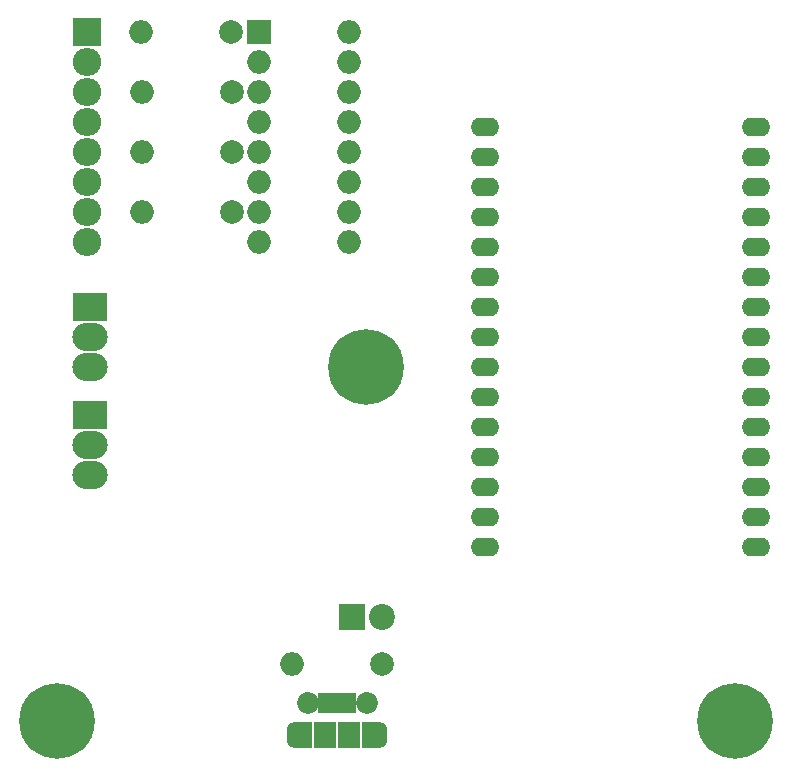
<source format=gbr>
G04 #@! TF.FileFunction,Soldermask,Top*
%FSLAX46Y46*%
G04 Gerber Fmt 4.6, Leading zero omitted, Abs format (unit mm)*
G04 Created by KiCad (PCBNEW 4.0.7) date 07/11/18 14:17:59*
%MOMM*%
%LPD*%
G01*
G04 APERTURE LIST*
%ADD10C,0.100000*%
%ADD11O,2.400000X1.600000*%
%ADD12R,2.200000X2.200000*%
%ADD13C,2.200000*%
%ADD14O,2.398980X2.398980*%
%ADD15R,2.398980X2.398980*%
%ADD16R,1.900000X2.300000*%
%ADD17C,1.850000*%
%ADD18R,0.800000X1.750000*%
%ADD19O,1.600000X2.300000*%
%ADD20R,1.600000X2.300000*%
%ADD21C,2.000000*%
%ADD22O,2.000000X2.000000*%
%ADD23R,2.000000X2.000000*%
%ADD24C,6.400000*%
%ADD25R,3.000000X2.400000*%
%ADD26O,3.000000X2.400000*%
G04 APERTURE END LIST*
D10*
D11*
X190570000Y-63754000D03*
X167570000Y-63754000D03*
X190570000Y-66294000D03*
X167570000Y-66294000D03*
X190570000Y-68834000D03*
X167570000Y-68834000D03*
X190570000Y-71374000D03*
X167570000Y-71374000D03*
X190570000Y-73914000D03*
X167570000Y-73914000D03*
X190570000Y-76454000D03*
X167570000Y-76454000D03*
X190570000Y-78994000D03*
X167570000Y-78994000D03*
X190570000Y-81534000D03*
X167570000Y-81534000D03*
X190570000Y-84074000D03*
X167570000Y-84074000D03*
X190570000Y-86614000D03*
X167570000Y-86614000D03*
X190570000Y-89154000D03*
X167570000Y-89154000D03*
X190570000Y-91694000D03*
X167570000Y-91694000D03*
X190570000Y-94234000D03*
X167570000Y-94234000D03*
X190570000Y-96774000D03*
X167570000Y-96774000D03*
X190570000Y-99314000D03*
X167570000Y-99314000D03*
D12*
X156337000Y-105283000D03*
D13*
X158877000Y-105283000D03*
D14*
X133858000Y-63373000D03*
D15*
X133858000Y-55753000D03*
D14*
X133858000Y-58293000D03*
X133858000Y-60833000D03*
X133858000Y-65913000D03*
X133858000Y-68453000D03*
X133858000Y-70993000D03*
X133858000Y-73533000D03*
D16*
X156067000Y-115285000D03*
D17*
X152567000Y-112585000D03*
D18*
X154417000Y-112585000D03*
X153767000Y-112585000D03*
X156367000Y-112585000D03*
X155717000Y-112585000D03*
X155067000Y-112585000D03*
D17*
X157567000Y-112585000D03*
D16*
X154067000Y-115285000D03*
D19*
X151567000Y-115285000D03*
X158567000Y-115285000D03*
D20*
X157967000Y-115285000D03*
X152167000Y-115285000D03*
D21*
X146050000Y-55753000D03*
D22*
X138430000Y-55753000D03*
D21*
X146177000Y-60833000D03*
D22*
X138557000Y-60833000D03*
D21*
X146177000Y-65913000D03*
D22*
X138557000Y-65913000D03*
D21*
X146177000Y-70993000D03*
D22*
X138557000Y-70993000D03*
D21*
X158877000Y-109220000D03*
D22*
X151257000Y-109220000D03*
D23*
X148463000Y-55753000D03*
D22*
X156083000Y-73533000D03*
X148463000Y-58293000D03*
X156083000Y-70993000D03*
X148463000Y-60833000D03*
X156083000Y-68453000D03*
X148463000Y-63373000D03*
X156083000Y-65913000D03*
X148463000Y-65913000D03*
X156083000Y-63373000D03*
X148463000Y-68453000D03*
X156083000Y-60833000D03*
X148463000Y-70993000D03*
X156083000Y-58293000D03*
X148463000Y-73533000D03*
X156083000Y-55753000D03*
D24*
X131318000Y-114046000D03*
X188722000Y-114046000D03*
X157480000Y-84074000D03*
D25*
X134112000Y-78994000D03*
D26*
X134112000Y-81534000D03*
X134112000Y-84074000D03*
D25*
X134112000Y-88138000D03*
D26*
X134112000Y-90678000D03*
X134112000Y-93218000D03*
M02*

</source>
